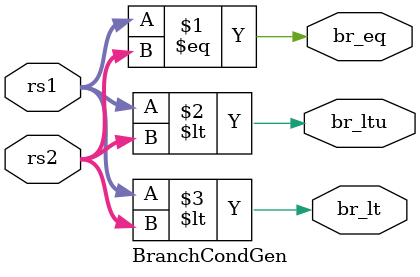
<source format=sv>
`timescale 1ns / 1ps


module BranchCondGen(
    input logic [31:0] rs1, rs2,
    output logic br_eq, br_lt, br_ltu
    );
    
    assign br_eq = (rs1 == rs2);
    assign br_ltu = (rs1 < rs2);
    assign br_lt = (($signed(rs1)) < ($signed(rs2)));

endmodule

</source>
